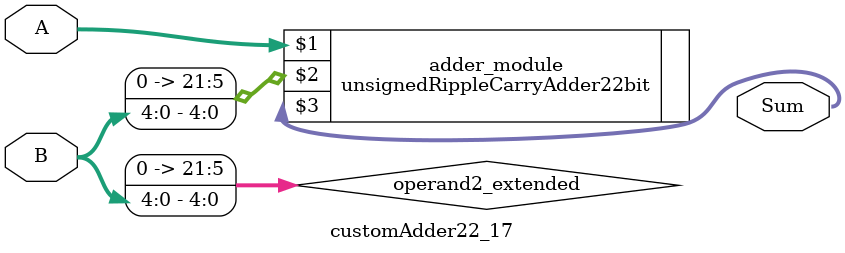
<source format=v>

module customAdder22_17(
                    input [21 : 0] A,
                    input [4 : 0] B,
                    
                    output [22 : 0] Sum
            );

    wire [21 : 0] operand2_extended;
    
    assign operand2_extended =  {17'b0, B};
    
    unsignedRippleCarryAdder22bit adder_module(
        A,
        operand2_extended,
        Sum
    );
    
endmodule
        
</source>
